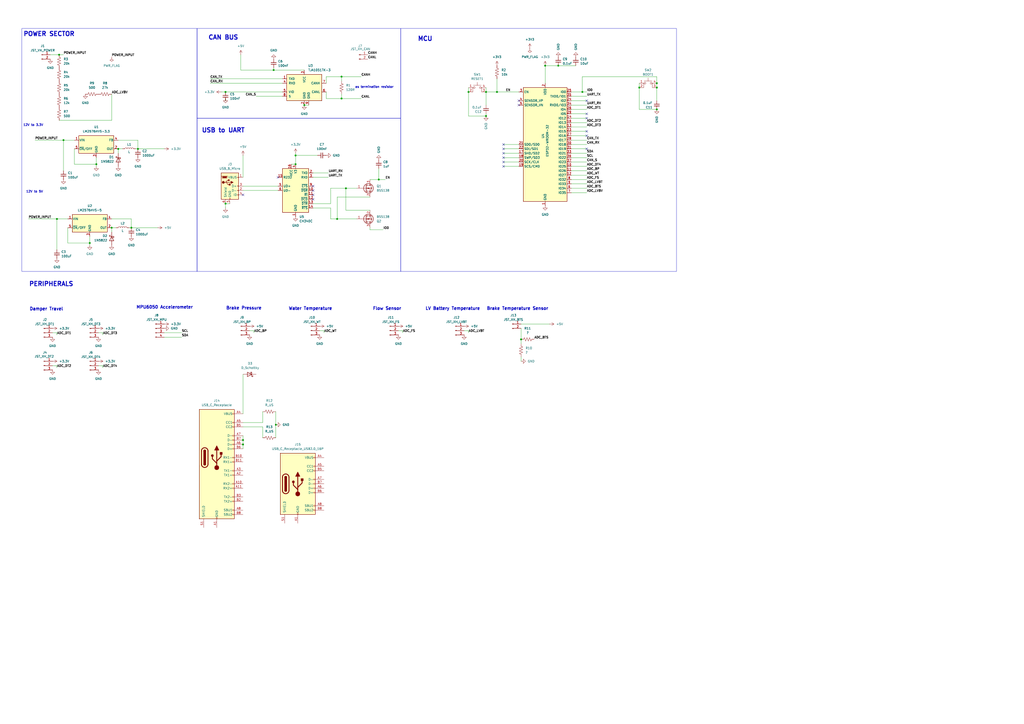
<source format=kicad_sch>
(kicad_sch (version 20231120) (generator "eeschema") (generator_version "8.0")
  (paper "A2")
  (junction (at 337.82 53.34))
  (junction (at 33.02 127))
  (junction (at 80.01 86.36))
  (junction (at 370.84 50.8))
  (junction (at 323.85 38.1))
  (junction (at 281.94 67.31))
  (junction (at 198.12 44.45))
  (junction (at 219.71 104.14))
  (junction (at 130.81 118.11))
  (junction (at 316.23 38.1))
  (junction (at 130.81 53.34))
  (junction (at 198.12 57.15))
  (junction (at 158.75 40.64))
  (junction (at 271.78 53.34))
  (junction (at 171.45 90.17))
  (junction (at 76.2 132.08))
  (junction (at 52.07 140.97))
  (junction (at 140.97 257.81))
  (junction (at 302.26 196.85))
  (junction (at 140.97 255.27))
  (junction (at 68.58 86.36))
  (junction (at 176.53 60.96))
  (junction (at 64.77 132.08))
  (junction (at 381 63.5))
  (junction (at 381 48.26))
  (junction (at 288.29 53.34))
  (junction (at 195.58 127))
  (junction (at 36.83 81.28))
  (junction (at 55.88 95.25))
  (junction (at 200.66 109.22))
  (junction (at 34.29 31.75))
  (junction (at 171.45 95.25))
  (junction (at 281.94 53.34))
  (junction (at 381 50.8))
  (junction (at 160.02 246.38))
  (no_connect (at 340.36 68.58))
  (no_connect (at 300.99 60.96))
  (no_connect (at 181.61 110.49))
  (no_connect (at 340.36 66.04))
  (no_connect (at 292.1 88.9))
  (no_connect (at 292.1 91.44))
  (no_connect (at 292.1 93.98))
  (no_connect (at 181.61 107.95))
  (no_connect (at 181.61 115.57))
  (no_connect (at 340.36 58.42))
  (no_connect (at 292.1 96.52))
  (no_connect (at 292.1 83.82))
  (no_connect (at 300.99 58.42))
  (no_connect (at 340.36 76.2))
  (no_connect (at 161.29 102.87))
  (no_connect (at 292.1 86.36))
  (no_connect (at 340.36 86.36))
  (no_connect (at 340.36 78.74))
  (no_connect (at 140.97 113.03))
  (no_connect (at 181.61 113.03))
  (wire (pts (xy 331.47 88.9) (xy 340.36 88.9)))
  (wire (pts (xy 52.07 140.97) (xy 52.07 137.16)))
  (wire (pts (xy 78.74 86.36) (xy 80.01 86.36)))
  (wire (pts (xy 39.37 140.97) (xy 52.07 140.97)))
  (wire (pts (xy 207.01 127) (xy 195.58 127)))
  (wire (pts (xy 198.12 57.15) (xy 209.55 57.15)))
  (wire (pts (xy 331.47 78.74) (xy 340.36 78.74)))
  (wire (pts (xy 152.4 245.11) (xy 140.97 245.11)))
  (wire (pts (xy 331.47 83.82) (xy 340.36 83.82)))
  (wire (pts (xy 140.97 257.81) (xy 140.97 260.35)))
  (wire (pts (xy 34.29 31.75) (xy 29.21 31.75)))
  (wire (pts (xy 187.96 191.77) (xy 185.42 191.77)))
  (wire (pts (xy 181.61 118.11) (xy 191.77 118.11)))
  (wire (pts (xy 95.25 195.58) (xy 105.41 195.58)))
  (wire (pts (xy 59.69 212.09) (xy 57.15 212.09)))
  (wire (pts (xy 121.92 48.26) (xy 163.83 48.26)))
  (wire (pts (xy 219.71 104.14) (xy 223.52 104.14)))
  (wire (pts (xy 189.23 57.15) (xy 198.12 57.15)))
  (wire (pts (xy 33.02 127) (xy 39.37 127)))
  (wire (pts (xy 323.85 38.1) (xy 334.01 38.1)))
  (wire (pts (xy 59.69 194.31) (xy 59.69 193.04)))
  (wire (pts (xy 214.63 114.3) (xy 195.58 114.3)))
  (wire (pts (xy 160.02 246.38) (xy 160.02 254)))
  (wire (pts (xy 281.94 66.04) (xy 281.94 67.31)))
  (wire (pts (xy 331.47 109.22) (xy 340.36 109.22)))
  (wire (pts (xy 187.96 193.04) (xy 187.96 191.77)))
  (wire (pts (xy 337.82 44.45) (xy 381 44.45)))
  (wire (pts (xy 219.71 97.79) (xy 219.71 104.14)))
  (wire (pts (xy 171.45 90.17) (xy 184.15 90.17)))
  (wire (pts (xy 316.23 38.1) (xy 316.23 48.26)))
  (wire (pts (xy 152.4 254) (xy 152.4 247.65)))
  (wire (pts (xy 331.47 91.44) (xy 340.36 91.44)))
  (wire (pts (xy 331.47 96.52) (xy 340.36 96.52)))
  (wire (pts (xy 168.91 95.25) (xy 171.45 95.25)))
  (wire (pts (xy 331.47 73.66) (xy 340.36 73.66)))
  (wire (pts (xy 128.27 53.34) (xy 130.81 53.34)))
  (wire (pts (xy 130.81 57.15) (xy 130.81 58.42)))
  (wire (pts (xy 181.61 102.87) (xy 190.5 102.87)))
  (wire (pts (xy 331.47 60.96) (xy 340.36 60.96)))
  (wire (pts (xy 148.59 55.88) (xy 163.83 55.88)))
  (wire (pts (xy 331.47 93.98) (xy 340.36 93.98)))
  (wire (pts (xy 33.02 212.09) (xy 30.48 212.09)))
  (wire (pts (xy 200.66 109.22) (xy 207.01 109.22)))
  (wire (pts (xy 171.45 90.17) (xy 171.45 95.25)))
  (wire (pts (xy 292.1 88.9) (xy 300.99 88.9)))
  (wire (pts (xy 171.45 88.9) (xy 171.45 90.17)))
  (wire (pts (xy 152.4 247.65) (xy 140.97 247.65)))
  (wire (pts (xy 64.77 54.61) (xy 64.77 69.85)))
  (wire (pts (xy 331.47 66.04) (xy 340.36 66.04)))
  (wire (pts (xy 302.26 190.5) (xy 302.26 196.85)))
  (wire (pts (xy 381 48.26) (xy 381 50.8)))
  (wire (pts (xy 59.69 193.04) (xy 57.15 193.04)))
  (wire (pts (xy 191.77 118.11) (xy 191.77 109.22)))
  (wire (pts (xy 198.12 44.45) (xy 209.55 44.45)))
  (wire (pts (xy 68.58 86.36) (xy 71.12 86.36)))
  (wire (pts (xy 140.97 255.27) (xy 140.97 257.81)))
  (wire (pts (xy 33.02 193.04) (xy 30.48 193.04)))
  (wire (pts (xy 288.29 45.72) (xy 288.29 53.34)))
  (wire (pts (xy 147.32 193.04) (xy 147.32 191.77)))
  (wire (pts (xy 271.78 193.04) (xy 271.78 191.77)))
  (wire (pts (xy 140.97 90.17) (xy 140.97 102.87)))
  (wire (pts (xy 198.12 54.61) (xy 198.12 57.15)))
  (wire (pts (xy 121.92 45.72) (xy 163.83 45.72)))
  (wire (pts (xy 233.68 191.77) (xy 231.14 191.77)))
  (wire (pts (xy 64.77 132.08) (xy 67.31 132.08)))
  (wire (pts (xy 55.88 96.52) (xy 55.88 95.25)))
  (wire (pts (xy 331.47 99.06) (xy 340.36 99.06)))
  (wire (pts (xy 16.51 127) (xy 33.02 127)))
  (wire (pts (xy 331.47 63.5) (xy 340.36 63.5)))
  (wire (pts (xy 370.84 48.26) (xy 370.84 50.8)))
  (wire (pts (xy 181.61 100.33) (xy 190.5 100.33)))
  (wire (pts (xy 68.58 88.9) (xy 68.58 86.36)))
  (wire (pts (xy 331.47 101.6) (xy 340.36 101.6)))
  (wire (pts (xy 189.23 44.45) (xy 198.12 44.45)))
  (wire (pts (xy 337.82 44.45) (xy 337.82 53.34)))
  (wire (pts (xy 158.75 39.37) (xy 158.75 40.64)))
  (wire (pts (xy 20.32 81.28) (xy 36.83 81.28)))
  (wire (pts (xy 74.93 132.08) (xy 76.2 132.08)))
  (wire (pts (xy 214.63 121.92) (xy 200.66 121.92)))
  (wire (pts (xy 189.23 44.45) (xy 189.23 48.26)))
  (wire (pts (xy 318.77 187.96) (xy 302.26 187.96)))
  (wire (pts (xy 370.84 63.5) (xy 381 63.5)))
  (wire (pts (xy 316.23 38.1) (xy 323.85 38.1)))
  (wire (pts (xy 292.1 93.98) (xy 300.99 93.98)))
  (wire (pts (xy 130.81 53.34) (xy 163.83 53.34)))
  (wire (pts (xy 195.58 114.3) (xy 195.58 127)))
  (wire (pts (xy 139.7 31.75) (xy 139.7 40.64)))
  (wire (pts (xy 214.63 132.08) (xy 214.63 133.35)))
  (wire (pts (xy 292.1 83.82) (xy 300.99 83.82)))
  (wire (pts (xy 302.26 196.85) (xy 302.26 199.39)))
  (wire (pts (xy 288.29 53.34) (xy 281.94 53.34)))
  (wire (pts (xy 337.82 53.34) (xy 340.36 53.34)))
  (wire (pts (xy 52.07 142.24) (xy 52.07 140.97)))
  (wire (pts (xy 59.69 213.36) (xy 59.69 212.09)))
  (wire (pts (xy 76.2 132.08) (xy 76.2 127)))
  (wire (pts (xy 292.1 91.44) (xy 300.99 91.44)))
  (wire (pts (xy 140.97 107.95) (xy 161.29 107.95)))
  (wire (pts (xy 33.02 127) (xy 33.02 144.78)))
  (wire (pts (xy 281.94 50.8) (xy 281.94 53.34)))
  (wire (pts (xy 292.1 86.36) (xy 300.99 86.36)))
  (wire (pts (xy 331.47 76.2) (xy 340.36 76.2)))
  (wire (pts (xy 80.01 81.28) (xy 68.58 81.28)))
  (wire (pts (xy 80.01 86.36) (xy 80.01 81.28)))
  (wire (pts (xy 331.47 81.28) (xy 340.36 81.28)))
  (wire (pts (xy 271.78 53.34) (xy 271.78 67.31)))
  (wire (pts (xy 33.02 194.31) (xy 33.02 193.04)))
  (wire (pts (xy 147.32 191.77) (xy 144.78 191.77)))
  (wire (pts (xy 189.23 57.15) (xy 189.23 53.34)))
  (wire (pts (xy 331.47 104.14) (xy 340.36 104.14)))
  (wire (pts (xy 39.37 132.08) (xy 39.37 140.97)))
  (wire (pts (xy 381 48.26) (xy 381 44.45)))
  (wire (pts (xy 331.47 106.68) (xy 340.36 106.68)))
  (wire (pts (xy 64.77 134.62) (xy 64.77 132.08)))
  (wire (pts (xy 191.77 109.22) (xy 200.66 109.22)))
  (wire (pts (xy 140.97 217.17) (xy 140.97 240.03)))
  (wire (pts (xy 152.4 238.76) (xy 152.4 245.11)))
  (wire (pts (xy 302.26 207.01) (xy 302.26 209.55)))
  (wire (pts (xy 36.83 81.28) (xy 43.18 81.28)))
  (wire (pts (xy 195.58 127) (xy 191.77 127)))
  (wire (pts (xy 233.68 193.04) (xy 233.68 191.77)))
  (wire (pts (xy 198.12 46.99) (xy 198.12 44.45)))
  (wire (pts (xy 370.84 50.8) (xy 370.84 63.5)))
  (wire (pts (xy 76.2 127) (xy 64.77 127)))
  (wire (pts (xy 43.18 95.25) (xy 55.88 95.25)))
  (wire (pts (xy 214.63 104.14) (xy 219.71 104.14)))
  (wire (pts (xy 331.47 53.34) (xy 337.82 53.34)))
  (wire (pts (xy 140.97 252.73) (xy 140.97 255.27)))
  (wire (pts (xy 331.47 55.88) (xy 340.36 55.88)))
  (wire (pts (xy 271.78 50.8) (xy 271.78 53.34)))
  (wire (pts (xy 130.81 120.65) (xy 130.81 118.11)))
  (wire (pts (xy 140.97 110.49) (xy 161.29 110.49)))
  (wire (pts (xy 331.47 68.58) (xy 340.36 68.58)))
  (wire (pts (xy 95.25 193.04) (xy 105.41 193.04)))
  (wire (pts (xy 281.94 53.34) (xy 281.94 60.96)))
  (wire (pts (xy 76.2 132.08) (xy 91.44 132.08)))
  (wire (pts (xy 33.02 213.36) (xy 33.02 212.09)))
  (wire (pts (xy 43.18 86.36) (xy 43.18 95.25)))
  (wire (pts (xy 64.77 69.85) (xy 34.29 69.85)))
  (wire (pts (xy 55.88 95.25) (xy 55.88 91.44)))
  (wire (pts (xy 176.53 60.96) (xy 179.07 60.96)))
  (wire (pts (xy 191.77 127) (xy 191.77 120.65)))
  (wire (pts (xy 381 50.8) (xy 381 58.42)))
  (wire (pts (xy 271.78 67.31) (xy 281.94 67.31)))
  (wire (pts (xy 200.66 121.92) (xy 200.66 109.22)))
  (wire (pts (xy 191.77 120.65) (xy 181.61 120.65)))
  (wire (pts (xy 288.29 53.34) (xy 300.99 53.34)))
  (wire (pts (xy 36.83 81.28) (xy 36.83 99.06)))
  (wire (pts (xy 214.63 133.35) (xy 222.25 133.35)))
  (wire (pts (xy 130.81 118.11) (xy 133.35 118.11)))
  (wire (pts (xy 271.78 191.77) (xy 269.24 191.77)))
  (wire (pts (xy 331.47 71.12) (xy 340.36 71.12)))
  (wire (pts (xy 80.01 86.36) (xy 95.25 86.36)))
  (wire (pts (xy 331.47 111.76) (xy 340.36 111.76)))
  (wire (pts (xy 331.47 58.42) (xy 340.36 58.42)))
  (wire (pts (xy 139.7 40.64) (xy 158.75 40.64)))
  (wire (pts (xy 292.1 96.52) (xy 300.99 96.52)))
  (wire (pts (xy 160.02 238.76) (xy 160.02 246.38)))
  (wire (pts (xy 331.47 86.36) (xy 340.36 86.36)))
  (wire (pts (xy 36.83 31.75) (xy 34.29 31.75)))
  (wire (pts (xy 158.75 40.64) (xy 176.53 40.64)))
  (rectangle (start 114.3 68.58) (end 232.41 157.48))
  (rectangle (start 12.7 16.51) (end 114.3 157.48))
  (rectangle (start 232.41 16.51) (end 392.43 157.48))
  (rectangle (start 114.3 16.51) (end 232.41 68.58))
  (text "PERIPHERALS" (at 29.718 164.846 0) (effects (font (size 2.54 2.54) (bold yes))))
  (text "as termination resistor" (at 217.17 50.546 0) (effects (font (size 1.27 1.27) (bold yes))))
  (text "12V to 3.3V" (at 19.304 72.644 0) (effects (font (size 1.27 1.27) (bold yes))))
  (text "CAN BUS" (at 129.54 21.844 0) (effects (font (size 2.54 2.54) (bold yes))))
  (text "POWER SECTOR" (at 28.448 19.812 0) (effects (font (size 2.54 2.54) (bold yes))))
  (text "12V to 5V" (at 20.066 111.252 0) (effects (font (size 1.27 1.27) (bold yes))))
  (text "Flow Sensor" (at 224.536 179.07 0) (effects (font (size 1.778 1.778) (bold yes))))
  (text "Brake Temperature Sensor" (at 300.228 179.07 0) (effects (font (size 1.778 1.778) (bold yes))))
  (text "Brake Pressure" (at 141.478 178.816 0) (effects (font (size 1.778 1.778) (bold yes))))
  (text "MPU6050 Accelerometer" (at 95.504 178.308 0) (effects (font (size 1.778 1.778) (bold yes))))
  (text "MCU" (at 246.634 22.606 0) (effects (font (size 2.54 2.54) (bold yes))))
  (text "Water Temperature" (at 180.086 179.07 0) (effects (font (size 1.778 1.778) (bold yes))))
  (text "USB to UART" (at 129.54 75.692 0) (effects (font (size 2.54 2.54) (bold yes))))
  (text "Damper Travel" (at 26.924 179.324 0) (effects (font (size 1.778 1.778) (bold yes))))
  (text "LV Battery Temperature" (at 262.636 179.07 0) (effects (font (size 1.778 1.778) (bold yes))))
  (label "SDA" (at 105.41 195.58 0) (effects (font (bold yes))))
  (label "ADC_DT1" (at 33.02 194.31 0) (effects (font (bold yes))))
  (label "IO0" (at 222.25 133.35 0) (effects (font (bold yes))))
  (label "UART_RX" (at 340.36 60.96 0) (effects (font (bold yes))))
  (label "ADC_BP" (at 147.32 193.04 0) (effects (font (bold yes))))
  (label "ADC_WT" (at 187.96 193.04 0) (effects (font (bold yes))))
  (label "ADC_DT2" (at 33.02 213.36 0) (effects (font (bold yes))))
  (label "CAN_TX" (at 121.92 45.72 0) (effects (font (bold yes))))
  (label "EN" (at 223.52 104.14 0) (effects (font (bold yes))))
  (label "ADC_LVBT" (at 340.36 106.68 0) (effects (font (bold yes))))
  (label "POWER_INPUT" (at 64.77 33.02 0) (effects (font (bold yes))))
  (label "UART_RX" (at 190.5 100.33 0) (effects (font (bold yes))))
  (label "EN" (at 293.37 53.34 0) (effects (font (bold yes))))
  (label "ADC_DT2" (at 340.36 71.12 0) (effects (font (bold yes))))
  (label "UART_TX" (at 340.36 55.88 0) (effects (font (bold yes))))
  (label "UART_TX" (at 190.5 102.87 0) (effects (font (bold yes))))
  (label "SCL" (at 340.36 91.44 0) (effects (font (bold yes))))
  (label "CAN_S" (at 340.36 93.98 0) (effects (font (bold yes))))
  (label "ADC_DT1" (at 340.36 63.5 0) (effects (font (bold yes))))
  (label "CANL" (at 213.36 34.29 0) (effects (font (bold yes))))
  (label "ADC_DT3" (at 340.36 73.66 0) (effects (font (bold yes))))
  (label "IO0" (at 340.36 53.34 0) (effects (font (bold yes))))
  (label "CAN_RX" (at 340.36 83.82 0) (effects (font (bold yes))))
  (label "SCL" (at 105.41 193.04 0) (effects (font (bold yes))))
  (label "CANL" (at 209.55 57.15 0) (effects (font (bold yes))))
  (label "ADC_DT4" (at 340.36 96.52 0) (effects (font (bold yes))))
  (label "ADC_LVBV" (at 64.77 54.61 0) (effects (font (bold yes))))
  (label "CAN_TX" (at 340.36 81.28 0) (effects (font (bold yes))))
  (label "ADC_LVBV" (at 340.36 111.76 0) (effects (font (bold yes))))
  (label "POWER_INPUT" (at 16.51 127 0) (effects (font (bold yes))))
  (label "ADC_BP" (at 340.36 99.06 0) (effects (font (bold yes))))
  (label "ADC_DT4" (at 59.69 213.36 0) (effects (font (bold yes))))
  (label "ADC_BTS" (at 309.88 196.85 0) (effects (font (bold yes))))
  (label "ADC_LVBT" (at 271.78 193.04 0) (effects (font (bold yes))))
  (label "POWER_INPUT" (at 36.83 31.75 0) (effects (font (bold yes))))
  (label "ADC_WT" (at 340.36 101.6 0) (effects (font (bold yes))))
  (label "POWER_INPUT" (at 20.32 81.28 0) (effects (font (bold yes))))
  (label "CANH" (at 209.55 44.45 0) (effects (font (bold yes))))
  (label "CANH" (at 213.36 31.75 0) (effects (font (bold yes))))
  (label "ADC_FS" (at 340.36 104.14 0) (effects (font (bold yes))))
  (label "SDA" (at 340.36 88.9 0) (effects (font (bold yes))))
  (label "ADC_FS" (at 233.68 193.04 0) (effects (font (bold yes))))
  (label "ADC_DT3" (at 59.69 194.31 0) (effects (font (bold yes))))
  (label "ADC_BTS" (at 340.36 109.22 0) (effects (font (bold yes))))
  (label "CAN_S" (at 148.59 55.88 180) (effects (font (bold yes))))
  (label "CAN_RX" (at 121.92 48.26 0) (effects (font (bold yes))))
  (symbol (lib_id "power:GND") (at 130.81 57.15 0) (unit 1)
    (property "Reference" "#PWR013" (effects (hide yes)))
    (property "Value" "GND" (at 130.81 62.23 0))
    (property "Description" "Power symbol creates a global label with name \"GND\" , ground" (effects (hide yes)))
  )
  (symbol (lib_id "Device:R_US") (at 156.21 254 270) (unit 1)
    (property "Reference" "R13" (at 156.21 247.65 90))
    (property "Value" "R_US" (at 156.21 250.19 90))
    (property "Description" "Resistor, US symbol" (effects (hide yes)))
  )
  (symbol (lib_id "Interface_USB:CH340C") (at 171.45 110.49 0) (unit 1)
    (property "Reference" "U5" (at 173.6441 125.73 0) (effects (justify left)))
    (property "Value" "CH340C" (at 173.6441 128.27 0) (effects (justify left)))
    (property "Footprint" "Package_SO:SOIC-16_3.9x9.9mm_P1.27mm" (effects (hide yes)))
    (property "Datasheet" "https://datasheet.lcsc.com/szlcsc/Jiangsu-Qin-Heng-CH340C_C84681.pdf" (effects (hide yes)))
    (property "Description" "USB serial converter, crystal-less, UART, SOIC-16" (effects (hide yes)))
  )
  (symbol (lib_id "Device:R_US") (at 53.34 54.61 90) (unit 1)
    (property "Reference" "R9" (at 53.34 48.26 90))
    (property "Value" "500" (at 53.34 50.8 90))
    (property "Footprint" "Resistor_SMD:R_0805_2012Metric_Pad1.20x1.40mm_HandSolder" (effects (hide yes)))
    (property "Description" "Resistor, US symbol" (effects (hide yes)))
  )
  (symbol (lib_id "power:+3.3V") (at 95.25 86.36 270) (unit 1)
    (property "Reference" "#PWR06" (effects (hide yes)))
    (property "Value" "+3.3V" (at 99.06 86.3599 90) (effects (justify left)))
    (property "Description" "Power symbol creates a global label with name \"+3.3V\"" (effects (hide yes)))
  )
  (symbol (lib_id "power:+5V") (at 269.24 189.23 270) (unit 1)
    (property "Reference" "#PWR043" (effects (hide yes)))
    (property "Value" "+5V" (at 273.05 189.23 90) (effects (justify left)))
    (property "Description" "Power symbol creates a global label with name \"+5V\"" (effects (hide yes)))
  )
  (symbol (lib_id "Device:R_US") (at 306.07 196.85 90) (unit 1)
    (property "Reference" "R11" (at 306.07 190.5 90))
    (property "Value" "?" (at 306.07 193.04 90))
    (property "Footprint" "Resistor_SMD:R_0805_2012Metric_Pad1.20x1.40mm_HandSolder" (effects (hide yes)))
    (property "Description" "Resistor, US symbol" (effects (hide yes)))
  )
  (symbol (lib_id "Device:C_Small") (at 158.75 36.83 180) (unit 1)
    (property "Reference" "C6" (at 161.29 35.5535 0) (effects (justify right)))
    (property "Value" "100nF" (at 161.29 38.0935 0) (effects (justify right)))
    (property "Footprint" "Capacitor_SMD:C_0805_2012Metric_Pad1.18x1.45mm_HandSolder" (effects (hide yes)))
    (property "Description" "Unpolarized capacitor, small symbol" (effects (hide yes)))
  )
  (symbol (lib_id "power:GND") (at 30.48 214.63 0) (unit 1)
    (property "Reference" "#PWR036" (effects (hide yes)))
    (property "Value" "GND" (at 30.48 219.71 0))
    (property "Description" "Power symbol creates a global label with name \"GND\" , ground" (effects (hide yes)))
  )
  (symbol (lib_id "power:+3.3V") (at 128.27 53.34 90) (unit 1)
    (property "Reference" "#PWR017" (effects (hide yes)))
    (property "Value" "+3.3V" (at 124.46 53.3399 90) (effects (justify left)))
    (property "Description" "Power symbol creates a global label with name \"+3.3V\"" (effects (hide yes)))
  )
  (symbol (lib_id "Regulator_Switching:LM2576HVS-3.3") (at 55.88 83.82 0) (unit 1)
    (property "Reference" "U1" (at 55.88 73.66 0))
    (property "Value" "LM2576HVS-3.3" (at 55.88 76.2 0))
    (property "Footprint" "Package_TO_SOT_SMD:TO-263-5_TabPin3" (effects (hide yes)))
    (property "Datasheet" "http://www.ti.com/lit/ds/symlink/lm2576.pdf" (effects (hide yes)))
    (property "Description" "3.3V, 3A, SIMPLE SWITCHER® Step-Down Voltage Regulator, High Voltage Input, TO-263" (effects (hide yes)))
  )
  (symbol (lib_id "Device:C_Small") (at 130.81 55.88 0) (unit 1)
    (property "Reference" "C5" (at 133.35 54.6162 0) (effects (justify left)))
    (property "Value" "100nF" (at 133.35 57.1562 0) (effects (justify left)))
    (property "Footprint" "Capacitor_SMD:C_0805_2012Metric_Pad1.18x1.45mm_HandSolder" (effects (hide yes)))
    (property "Description" "Unpolarized capacitor, small symbol" (effects (hide yes)))
  )
  (symbol (lib_id "power:+3.3V") (at 57.15 190.5 270) (unit 1)
    (property "Reference" "#PWR033" (effects (hide yes)))
    (property "Value" "+3.3V" (at 60.96 190.4999 90) (effects (justify left)))
    (property "Description" "Power symbol creates a global label with name \"+3.3V\"" (effects (hide yes)))
  )
  (symbol (lib_id "Device:L") (at 74.93 86.36 90) (unit 1)
    (property "Reference" "L1" (at 74.93 83.82 90))
    (property "Value" "L" (at 74.93 88.138 90))
    (property "Footprint" "Inductor_SMD:L_0805_2012Metric_Pad1.15x1.40mm_HandSolder" (effects (hide yes)))
    (property "Description" "Inductor" (effects (hide yes)))
  )
  (symbol (lib_id "Diode:1N5822") (at 64.77 138.43 90) (mirror x) (unit 1)
    (property "Reference" "D2" (at 62.23 136.8424 90) (effects (justify left)))
    (property "Value" "1N5822" (at 62.23 139.3824 90) (effects (justify left)))
    (property "Footprint" "Diode_THT:D_DO-201AD_P15.24mm_Horizontal" (effects (hide yes)))
    (property "Datasheet" "http://www.vishay.com/docs/88526/1n5820.pdf" (effects (hide yes)))
    (property "Description" "40V 3A Schottky Barrier Rectifier Diode, DO-201AD" (effects (hide yes)))
  )
  (symbol (lib_id "power:GND") (at 189.23 90.17 90) (unit 1)
    (property "Reference" "#PWR018" (effects (hide yes)))
    (property "Value" "GND" (at 193.04 90.1699 90) (effects (justify right)))
    (property "Description" "Power symbol creates a global label with name \"GND\" , ground" (effects (hide yes)))
  )
  (symbol (lib_id "Device:R_US") (at 34.29 50.8 0) (unit 1)
    (property "Reference" "R5" (at 36.83 49.5299 0) (effects (justify left)))
    (property "Value" "20k" (at 36.83 52.0699 0) (effects (justify left)))
    (property "Footprint" "Resistor_SMD:R_0805_2012Metric_Pad1.20x1.40mm_HandSolder" (effects (hide yes)))
    (property "Description" "Resistor, US symbol" (effects (hide yes)))
  )
  (symbol (lib_id "power:GND") (at 29.21 34.29 0) (unit 1)
    (property "Reference" "#PWR01" (effects (hide yes)))
    (property "Value" "GND" (at 29.21 39.37 0))
    (property "Description" "Power symbol creates a global label with name \"GND\" , ground" (effects (hide yes)))
  )
  (symbol (lib_id "Device:C_Small") (at 80.01 88.9 0) (unit 1)
    (property "Reference" "C2" (at 82.55 87.6362 0) (effects (justify left)))
    (property "Value" "1000uF" (at 82.55 90.1762 0) (effects (justify left)))
    (property "Footprint" "Capacitor_SMD:C_0805_2012Metric_Pad1.18x1.45mm_HandSolder" (effects (hide yes)))
    (property "Description" "Unpolarized capacitor, small symbol" (effects (hide yes)))
  )
  (symbol (lib_id "Connector:Conn_01x03_Pin") (at 180.34 191.77 0) (unit 1)
    (property "Reference" "J10" (at 180.975 184.15 0))
    (property "Value" "JST_XH_WT" (at 180.975 186.69 0))
    (property "Footprint" "Connector_JST:JST_XH_B3B-XH-A_1x03_P2.50mm_Vertical" (effects (hide yes)))
    (property "Description" "Generic connector, single row, 01x03, script generated" (effects (hide yes)))
  )
  (symbol (lib_id "Device:C_Small") (at 219.71 95.25 180) (unit 1)
    (property "Reference" "C8" (at 222.25 93.9735 0) (effects (justify right)))
    (property "Value" "1uF" (at 222.25 96.5135 0) (effects (justify right)))
    (property "Footprint" "Capacitor_SMD:C_0805_2012Metric_Pad1.18x1.45mm_HandSolder" (effects (hide yes)))
    (property "Description" "Unpolarized capacitor, small symbol" (effects (hide yes)))
  )
  (symbol (lib_id "power:+3V3") (at 316.23 38.1 0) (unit 1)
    (property "Reference" "#PWR023" (effects (hide yes)))
    (property "Value" "+3V3" (at 316.23 33.02 0))
    (property "Description" "Power symbol creates a global label with name \"+3V3\"" (effects (hide yes)))
  )
  (symbol (lib_id "power:PWR_FLAG") (at 64.77 33.02 180) (unit 1)
    (property "Reference" "#FLG01" (effects (hide yes)))
    (property "Value" "PWR_FLAG" (at 64.77 38.1 0))
    (property "Description" "Special symbol for telling ERC where power comes from" (effects (hide yes)))
  )
  (symbol (lib_id "power:GND") (at 323.85 33.02 180) (unit 1)
    (property "Reference" "#PWR024" (effects (hide yes)))
    (property "Value" "GND" (at 323.8499 29.21 90) (effects (justify right)))
    (property "Description" "Power symbol creates a global label with name \"GND\" , ground" (effects (hide yes)))
  )
  (symbol (lib_id "Connector:Conn_01x04_Pin") (at 90.17 190.5 0) (unit 1)
    (property "Reference" "J8" (at 90.805 182.88 0))
    (property "Value" "JST_XH_MPU" (at 90.805 185.42 0))
    (property "Footprint" "Connector_JST:JST_XH_B4B-XH-A_1x04_P2.50mm_Vertical" (effects (hide yes)))
    (property "Description" "Generic connector, single row, 01x04, script generated" (effects (hide yes)))
  )
  (symbol (lib_id "power:GND") (at 269.24 194.31 0) (unit 1)
    (property "Reference" "#PWR045" (effects (hide yes)))
    (property "Value" "GND" (at 269.24 199.39 0))
    (property "Description" "Power symbol creates a global label with name \"GND\" , ground" (effects (hide yes)))
  )
  (symbol (lib_id "power:+3V3") (at 307.34 27.94 0) (unit 1)
    (property "Reference" "#PWR030" (effects (hide yes)))
    (property "Value" "+3V3" (at 307.34 22.86 0))
    (property "Description" "Power symbol creates a global label with name \"+3V3\"" (effects (hide yes)))
  )
  (symbol (lib_id "power:GND") (at 52.07 142.24 0) (unit 1)
    (property "Reference" "#PWR08" (effects (hide yes)))
    (property "Value" "GND" (at 52.07 147.32 0))
    (property "Description" "Power symbol creates a global label with name \"GND\" , ground" (effects (hide yes)))
  )
  (symbol (lib_id "Device:C_Small") (at 36.83 101.6 0) (unit 1)
    (property "Reference" "C1" (at 39.37 100.3362 0) (effects (justify left)))
    (property "Value" "100uF" (at 39.37 102.8762 0) (effects (justify left)))
    (property "Footprint" "Capacitor_SMD:C_0805_2012Metric_Pad1.18x1.45mm_HandSolder" (effects (hide yes)))
    (property "Description" "Unpolarized capacitor, small symbol" (effects (hide yes)))
  )
  (symbol (lib_id "power:GND") (at 36.83 104.14 0) (unit 1)
    (property "Reference" "#PWR03" (effects (hide yes)))
    (property "Value" "GND" (at 36.83 109.22 0))
    (property "Description" "Power symbol creates a global label with name \"GND\" , ground" (effects (hide yes)))
  )
  (symbol (lib_id "Connector:Conn_01x03_Pin") (at 264.16 191.77 0) (unit 1)
    (property "Reference" "J12" (at 264.795 184.15 0))
    (property "Value" "JST_XH_LVBT" (at 264.795 186.69 0))
    (property "Footprint" "Connector_JST:JST_XH_B3B-XH-A_1x03_P2.50mm_Vertical" (effects (hide yes)))
    (property "Description" "Generic connector, single row, 01x03, script generated" (effects (hide yes)))
  )
  (symbol (lib_id "Device:L") (at 71.12 132.08 90) (unit 1)
    (property "Reference" "L2" (at 71.12 129.54 90))
    (property "Value" "L" (at 71.12 133.858 90))
    (property "Footprint" "Inductor_SMD:L_0805_2012Metric_Pad1.15x1.40mm_HandSolder" (effects (hide yes)))
    (property "Description" "Inductor" (effects (hide yes)))
  )
  (symbol (lib_id "Device:C_Small") (at 323.85 35.56 180) (unit 1)
    (property "Reference" "C9" (at 326.39 34.2835 0) (effects (justify right)))
    (property "Value" "0.1uF" (at 326.39 36.8235 0) (effects (justify right)))
    (property "Footprint" "Capacitor_SMD:C_0805_2012Metric_Pad1.18x1.45mm_HandSolder" (effects (hide yes)))
    (property "Description" "Unpolarized capacitor, small symbol" (effects (hide yes)))
  )
  (symbol (lib_id "Connector:Conn_01x03_Pin") (at 139.7 191.77 0) (unit 1)
    (property "Reference" "J9" (at 140.335 184.15 0))
    (property "Value" "JST_XH_BP" (at 140.335 186.69 0))
    (property "Footprint" "Connector_JST:JST_XH_B3B-XH-A_1x03_P2.50mm_Vertical" (effects (hide yes)))
    (property "Description" "Generic connector, single row, 01x03, script generated" (effects (hide yes)))
  )
  (symbol (lib_id "Device:R_US") (at 60.96 54.61 90) (unit 1)
    (property "Reference" "R8" (at 60.96 48.26 90))
    (property "Value" "27k" (at 60.96 50.8 90))
    (property "Footprint" "Resistor_SMD:R_0805_2012Metric_Pad1.20x1.40mm_HandSolder" (effects (hide yes)))
    (property "Description" "Resistor, US symbol" (effects (hide yes)))
  )
  (symbol (lib_id "power:GND") (at 68.58 96.52 0) (unit 1)
    (property "Reference" "#PWR04" (effects (hide yes)))
    (property "Value" "GND" (at 68.58 101.6 0))
    (property "Description" "Power symbol creates a global label with name \"GND\" , ground" (effects (hide yes)))
  )
  (symbol (lib_id "Connector:USB_C_Receptacle_USB2.0_16P") (at 172.72 280.67 0) (unit 1)
    (property "Reference" "J15" (at 172.72 257.81 0))
    (property "Value" "USB_C_Receptacle_USB2.0_16P" (at 172.72 260.35 0))
    (property "Datasheet" "https://www.usb.org/sites/default/files/documents/usb_type-c.zip" (effects (hide yes)))
    (property "Description" "USB 2.0-only 16P Type-C Receptacle connector" (effects (hide yes)))
  )
  (symbol (lib_id "power:PWR_FLAG") (at 307.34 27.94 180) (unit 1)
    (property "Reference" "#FLG02" (effects (hide yes)))
    (property "Value" "PWR_FLAG" (at 307.34 33.02 0))
    (property "Description" "Special symbol for telling ERC where power comes from" (effects (hide yes)))
  )
  (symbol (lib_id "power:GND") (at 49.53 54.61 0) (unit 1)
    (property "Reference" "#PWR049" (effects (hide yes)))
    (property "Value" "GND" (at 49.53 59.69 0))
    (property "Description" "Power symbol creates a global label with name \"GND\" , ground" (effects (hide yes)))
  )
  (symbol (lib_id "Device:D_Schottky") (at 144.78 217.17 180) (unit 1)
    (property "Reference" "D3" (at 145.0975 210.82 0))
    (property "Value" "D_Schottky" (at 145.0975 213.36 0))
    (property "Description" "Schottky diode" (effects (hide yes)))
  )
  (symbol (lib_id "power:GND") (at 171.45 125.73 0) (unit 1)
    (property "Reference" "#PWR021" (effects (hide yes)))
    (property "Value" "GND" (at 171.45 130.81 0))
    (property "Description" "Power symbol creates a global label with name \"GND\" , ground" (effects (hide yes)))
  )
  (symbol (lib_id "Transistor_FET:BSS138") (at 212.09 127 0) (mirror x) (unit 1)
    (property "Reference" "Q2" (at 218.44 128.2701 0) (effects (justify left)))
    (property "Value" "BSS138" (at 218.44 125.7301 0) (effects (justify left)))
    (property "Footprint" "Package_TO_SOT_SMD:SOT-23" (effects (hide yes)))
    (property "Datasheet" "https://www.onsemi.com/pub/Collateral/BSS138-D.PDF" (effects (hide yes)))
    (property "Description" "50V Vds, 0.22A Id, N-Channel MOSFET, SOT-23" (effects (hide yes)))
  )
  (symbol (lib_id "Switch:SW_MEC_5E") (at 276.86 53.34 0) (unit 1)
    (property "Reference" "SW1" (at 276.86 43.18 0))
    (property "Value" "RESET1" (at 276.86 45.72 0))
    (property "Footprint" "Button_Switch_SMD:SW_MEC_5GSH9" (effects (hide yes)))
    (property "Datasheet" "http://www.apem.com/int/index.php?controller=attachment&id_attachment=1371" (effects (hide yes)))
    (property "Description" "MEC 5E single pole normally-open tactile switch" (effects (hide yes)))
  )
  (symbol (lib_id "Device:R_US") (at 34.29 43.18 0) (unit 1)
    (property "Reference" "R4" (at 36.83 41.9099 0) (effects (justify left)))
    (property "Value" "20k" (at 36.83 44.4499 0) (effects (justify left)))
    (property "Footprint" "Resistor_SMD:R_0805_2012Metric_Pad1.20x1.40mm_HandSolder" (effects (hide yes)))
    (property "Description" "Resistor, US symbol" (effects (hide yes)))
  )
  (symbol (lib_id "power:GND") (at 160.02 246.38 90) (unit 1)
    (property "Reference" "#PWR052" (effects (hide yes)))
    (property "Value" "GND" (at 163.83 246.3799 90) (effects (justify right)))
    (property "Description" "Power symbol creates a global label with name \"GND\" , ground" (effects (hide yes)))
  )
  (symbol (lib_id "Connector:Conn_01x02_Pin") (at 297.18 187.96 0) (unit 1)
    (property "Reference" "J13" (at 297.815 182.88 0))
    (property "Value" "JST_XH_BTS" (at 297.815 185.42 0))
    (property "Footprint" "Connector_JST:JST_XH_B2B-XH-A_1x02_P2.50mm_Vertical" (effects (hide yes)))
    (property "Description" "Generic connector, single row, 01x02, script generated" (effects (hide yes)))
  )
  (symbol (lib_id "power:GND") (at 316.23 119.38 0) (unit 1)
    (property "Reference" "#PWR029" (effects (hide yes)))
    (property "Value" "GND" (at 316.23 124.46 0))
    (property "Description" "Power symbol creates a global label with name \"GND\" , ground" (effects (hide yes)))
  )
  (symbol (lib_id "Transistor_FET:BSS138") (at 212.09 109.22 0) (unit 1)
    (property "Reference" "Q1" (at 218.44 107.9499 0) (effects (justify left)))
    (property "Value" "BSS138" (at 218.44 110.4899 0) (effects (justify left)))
    (property "Footprint" "Package_TO_SOT_SMD:SOT-23" (effects (hide yes)))
    (property "Datasheet" "https://www.onsemi.com/pub/Collateral/BSS138-D.PDF" (effects (hide yes)))
    (property "Description" "50V Vds, 0.22A Id, N-Channel MOSFET, SOT-23" (effects (hide yes)))
  )
  (symbol (lib_id "power:+5V") (at 144.78 189.23 270) (unit 1)
    (property "Reference" "#PWR047" (effects (hide yes)))
    (property "Value" "+5V" (at 148.59 189.2299 90) (effects (justify left)))
    (property "Description" "Power symbol creates a global label with name \"+5V\"" (effects (hide yes)))
  )
  (symbol (lib_id "power:GND") (at 76.2 137.16 0) (unit 1)
    (property "Reference" "#PWR010" (effects (hide yes)))
    (property "Value" "GND" (at 76.2 142.24 0))
    (property "Description" "Power symbol creates a global label with name \"GND\" , ground" (effects (hide yes)))
  )
  (symbol (lib_id "power:GND") (at 130.81 120.65 0) (unit 1)
    (property "Reference" "#PWR020" (effects (hide yes)))
    (property "Value" "GND" (at 130.81 125.73 0))
    (property "Description" "Power symbol creates a global label with name \"GND\" , ground" (effects (hide yes)))
  )
  (symbol (lib_id "power:GND") (at 57.15 195.58 0) (unit 1)
    (property "Reference" "#PWR037" (effects (hide yes)))
    (property "Value" "GND" (at 57.15 200.66 0))
    (property "Description" "Power symbol creates a global label with name \"GND\" , ground" (effects (hide yes)))
  )
  (symbol (lib_id "Connector:Conn_01x03_Pin") (at 52.07 212.09 0) (unit 1)
    (property "Reference" "J6" (at 52.705 204.47 0))
    (property "Value" "JST_XH_DT4" (at 52.705 207.01 0))
    (property "Footprint" "Connector_JST:JST_XH_B3B-XH-A_1x03_P2.50mm_Vertical" (effects (hide yes)))
    (property "Description" "Generic connector, single row, 01x03, script generated" (effects (hide yes)))
  )
  (symbol (lib_id "Connector:Conn_01x03_Pin") (at 226.06 191.77 0) (unit 1)
    (property "Reference" "J11" (at 226.695 184.15 0))
    (property "Value" "JST_XH_FS" (at 226.695 186.69 0))
    (property "Footprint" "Connector_JST:JST_XH_B3B-XH-A_1x03_P2.50mm_Vertical" (effects (hide yes)))
    (property "Description" "Generic connector, single row, 01x03, script generated" (effects (hide yes)))
  )
  (symbol (lib_id "power:GND") (at 302.26 209.55 90) (unit 1)
    (property "Reference" "#PWR050" (effects (hide yes)))
    (property "Value" "GND" (at 306.07 209.5499 90) (effects (justify right)))
    (property "Description" "Power symbol creates a global label with name \"GND\" , ground" (effects (hide yes)))
  )
  (symbol (lib_id "power:+3.3V") (at 95.25 187.96 270) (unit 1)
    (property "Reference" "#PWR039" (effects (hide yes)))
    (property "Value" "+3.3V" (at 99.06 187.9599 90) (effects (justify left)))
    (property "Description" "Power symbol creates a global label with name \"+3.3V\"" (effects (hide yes)))
  )
  (symbol (lib_id "power:GND") (at 381 63.5 0) (unit 1)
    (property "Reference" "#PWR026" (effects (hide yes)))
    (property "Value" "GND" (at 381.0001 67.31 90) (effects (justify right)))
    (property "Description" "Power symbol creates a global label with name \"GND\" , ground" (effects (hide yes)))
  )
  (symbol (lib_id "Device:C_Small") (at 381 60.96 0) (unit 1)
    (property "Reference" "C11" (at 378.46 62.2365 0) (effects (justify right)))
    (property "Value" "0.1uF" (at 378.46 59.6965 0) (effects (justify right)))
    (property "Footprint" "Capacitor_SMD:C_0805_2012Metric_Pad1.18x1.45mm_HandSolder" (effects (hide yes)))
    (property "Description" "Unpolarized capacitor, small symbol" (effects (hide yes)))
  )
  (symbol (lib_id "Device:R_US") (at 34.29 66.04 0) (unit 1)
    (property "Reference" "R7" (at 36.83 64.7699 0) (effects (justify left)))
    (property "Value" "500" (at 36.83 67.3099 0) (effects (justify left)))
    (property "Footprint" "Resistor_SMD:R_0805_2012Metric_Pad1.20x1.40mm_HandSolder" (effects (hide yes)))
    (property "Description" "Resistor, US symbol" (effects (hide yes)))
  )
  (symbol (lib_id "power:GND") (at 176.53 60.96 0) (unit 1)
    (property "Reference" "#PWR016" (effects (hide yes)))
    (property "Value" "GND" (at 176.53 66.04 0))
    (property "Description" "Power symbol creates a global label with name \"GND\" , ground" (effects (hide yes)))
  )
  (symbol (lib_id "Device:R_US") (at 156.21 238.76 270) (unit 1)
    (property "Reference" "R12" (at 156.21 232.41 90))
    (property "Value" "R_US" (at 156.21 234.95 90))
    (property "Description" "Resistor, US symbol" (effects (hide yes)))
  )
  (symbol (lib_id "power:+3.3V") (at 171.45 88.9 0) (unit 1)
    (property "Reference" "#PWR015" (effects (hide yes)))
    (property "Value" "+3.3V" (at 171.45 83.82 0))
    (property "Description" "Power symbol creates a global label with name \"+3.3V\"" (effects (hide yes)))
  )
  (symbol (lib_id "power:GND") (at 281.94 67.31 0) (unit 1)
    (property "Reference" "#PWR027" (effects (hide yes)))
    (property "Value" "GND" (at 281.9401 71.12 90) (effects (justify right)))
    (property "Description" "Power symbol creates a global label with name \"GND\" , ground" (effects (hide yes)))
  )
  (symbol (lib_id "power:GND") (at 334.01 33.02 180) (unit 1)
    (property "Reference" "#PWR025" (effects (hide yes)))
    (property "Value" "GND" (at 334.0099 29.21 90) (effects (justify right)))
    (property "Description" "Power symbol creates a global label with name \"GND\" , ground" (effects (hide yes)))
  )
  (symbol (lib_id "power:GND") (at 64.77 142.24 0) (unit 1)
    (property "Reference" "#PWR09" (effects (hide yes)))
    (property "Value" "GND" (at 64.77 147.32 0))
    (property "Description" "Power symbol creates a global label with name \"GND\" , ground" (effects (hide yes)))
  )
  (symbol (lib_id "Connector:USB_B_Micro") (at 133.35 107.95 0) (unit 1)
    (property "Reference" "J3" (at 133.35 95.25 0))
    (property "Value" "USB_B_Micro" (at 133.35 97.79 0))
    (property "Footprint" "Connector_USB:USB_Micro-B_Molex-105017-0001" (effects (hide yes)))
    (property "Description" "USB Micro Type B connector" (effects (hide yes)))
  )
  (symbol (lib_id "power:GND") (at 55.88 96.52 0) (unit 1)
    (property "Reference" "#PWR02" (effects (hide yes)))
    (property "Value" "GND" (at 55.88 101.6 0))
    (property "Description" "Power symbol creates a global label with name \"GND\" , ground" (effects (hide yes)))
  )
  (symbol (lib_id "power:GND") (at 219.71 92.71 180) (unit 1)
    (property "Reference" "#PWR022" (effects (hide yes)))
    (property "Value" "GND" (at 219.7099 88.9 90) (effects (justify right)))
    (property "Description" "Power symbol creates a global label with name \"GND\" , ground" (effects (hide yes)))
  )
  (symbol (lib_id "Connector:Conn_01x03_Pin") (at 25.4 193.04 0) (unit 1)
    (property "Reference" "J2" (at 26.035 185.42 0))
    (property "Value" "JST_XH_DT1" (at 25.908 187.96 0))
    (property "Footprint" "Connector_JST:JST_XH_B3B-XH-A_1x03_P2.50mm_Vertical" (effects (hide yes)))
    (property "Description" "Generic connector, single row, 01x03, script generated" (effects (hide yes)))
  )
  (symbol (lib_id "power:+3.3V") (at 57.15 209.55 270) (unit 1)
    (property "Reference" "#PWR034" (effects (hide yes)))
    (property "Value" "+3.3V" (at 60.96 209.5499 90) (effects (justify left)))
    (property "Description" "Power symbol creates a global label with name \"+3.3V\"" (effects (hide yes)))
  )
  (symbol (lib_id "power:GND") (at 80.01 91.44 0) (unit 1)
    (property "Reference" "#PWR05" (effects (hide yes)))
    (property "Value" "GND" (at 80.01 96.52 0))
    (property "Description" "Power symbol creates a global label with name \"GND\" , ground" (effects (hide yes)))
  )
  (symbol (lib_id "power:GND") (at 185.42 194.31 0) (unit 1)
    (property "Reference" "#PWR044" (effects (hide yes)))
    (property "Value" "GND" (at 185.42 199.39 0))
    (property "Description" "Power symbol creates a global label with name \"GND\" , ground" (effects (hide yes)))
  )
  (symbol (lib_id "Interface_CAN_LIN:TJA1051TK-3") (at 176.53 50.8 0) (unit 1)
    (property "Reference" "U3" (at 178.7241 38.1 0) (effects (justify left)))
    (property "Value" "TJA1051TK-3" (at 178.7241 40.64 0) (effects (justify left)))
    (property "Footprint" "Package_DFN_QFN:DFN-8-1EP_3x3mm_P0.65mm_EP1.55x2.4mm" (effects (hide yes)))
    (property "Datasheet" "http://www.nxp.com/docs/en/data-sheet/TJA1051.pdf" (effects (hide yes)))
    (property "Description" "High-Speed CAN Transceiver, separate VIO, silent mode, DFN-8" (effects (hide yes)))
  )
  (symbol (lib_id "power:+5V") (at 231.14 189.23 270) (unit 1)
    (property "Reference" "#PWR048" (effects (hide yes)))
    (property "Value" "+5V" (at 234.95 189.2299 90) (effects (justify left)))
    (property "Description" "Power symbol creates a global label with name \"+5V\"" (effects (hide yes)))
  )
  (symbol (lib_id "Connector:Conn_01x02_Pin") (at 24.13 31.75 0) (unit 1)
    (property "Reference" "J1" (at 24.765 26.67 0))
    (property "Value" "JST_VH_POWER" (at 24.765 29.21 0))
    (property "Footprint" "Connector_JST:JST_VH_B2PS-VH_1x02_P3.96mm_Horizontal" (effects (hide yes)))
    (property "Description" "Generic connector, single row, 01x02, script generated" (effects (hide yes)))
  )
  (symbol (lib_id "Device:R_US") (at 34.29 35.56 0) (unit 1)
    (property "Reference" "R3" (at 36.83 34.2899 0) (effects (justify left)))
    (property "Value" "20k" (at 36.83 36.8299 0) (effects (justify left)))
    (property "Footprint" "Resistor_SMD:R_0805_2012Metric_Pad1.20x1.40mm_HandSolder" (effects (hide yes)))
    (property "Description" "Resistor, US symbol" (effects (hide yes)))
  )
  (symbol (lib_id "power:+5V") (at 91.44 132.08 270) (unit 1)
    (property "Reference" "#PWR011" (effects (hide yes)))
    (property "Value" "+5V" (at 95.25 132.0799 90) (effects (justify left)))
    (property "Description" "Power symbol creates a global label with name \"+5V\"" (effects (hide yes)))
  )
  (symbol (lib_id "power:GND") (at 57.15 214.63 0) (unit 1)
    (property "Reference" "#PWR038" (effects (hide yes)))
    (property "Value" "GND" (at 57.15 219.71 0))
    (property "Description" "Power symbol creates a global label with name \"GND\" , ground" (effects (hide yes)))
  )
  (symbol (lib_id "Regulator_Switching:LM2576HVS-5") (at 52.07 129.54 0) (unit 1)
    (property "Reference" "U2" (at 52.07 119.38 0))
    (property "Value" "LM2576HVS-5" (at 52.07 121.92 0))
    (property "Footprint" "Package_TO_SOT_SMD:TO-263-5_TabPin3" (effects (hide yes)))
    (property "Datasheet" "http://www.ti.com/lit/ds/symlink/lm2576.pdf" (effects (hide yes)))
    (property "Description" "5V 3A, SIMPLE SWITCHER® Step-Down Voltage Regulator, High Voltage Input, TO-263" (effects (hide yes)))
  )
  (symbol (lib_id "power:GND") (at 30.48 195.58 0) (unit 1)
    (property "Reference" "#PWR035" (effects (hide yes)))
    (property "Value" "GND" (at 30.48 200.66 0))
    (property "Description" "Power symbol creates a global label with name \"GND\" , ground" (effects (hide yes)))
  )
  (symbol (lib_id "Connector:Conn_01x02_Pin") (at 208.28 31.75 0) (unit 1)
    (property "Reference" "J7" (at 208.915 26.67 0))
    (property "Value" "JST_XH_CAN" (at 209.042 28.448 0))
    (property "Footprint" "Connector_JST:JST_XH_B2B-XH-A_1x02_P2.50mm_Vertical" (effects (hide yes)))
    (property "Description" "Generic connector, single row, 01x02, script generated" (effects (hide yes)))
  )
  (symbol (lib_id "Device:C_Small") (at 281.94 63.5 0) (unit 1)
    (property "Reference" "C12" (at 279.4 64.7765 0) (effects (justify right)))
    (property "Value" "0.1uF" (at 279.4 62.2365 0) (effects (justify right)))
    (property "Footprint" "Capacitor_SMD:C_0805_2012Metric_Pad1.18x1.45mm_HandSolder" (effects (hide yes)))
    (property "Description" "Unpolarized capacitor, small symbol" (effects (hide yes)))
  )
  (symbol (lib_id "Connector:Conn_01x03_Pin") (at 25.4 212.09 0) (unit 1)
    (property "Reference" "J4" (at 26.035 204.47 0))
    (property "Value" "JST_XH_DT2" (at 25.654 206.756 0))
    (property "Footprint" "Connector_JST:JST_XH_B3B-XH-A_1x03_P2.50mm_Vertical" (effects (hide yes)))
    (property "Description" "Generic connector, single row, 01x03, script generated" (effects (hide yes)))
  )
  (symbol (lib_id "power:GND") (at 144.78 194.31 0) (unit 1)
    (property "Reference" "#PWR042" (effects (hide yes)))
    (property "Value" "GND" (at 144.78 199.39 0))
    (property "Description" "Power symbol creates a global label with name \"GND\" , ground" (effects (hide yes)))
  )
  (symbol (lib_id "power:+3.3V") (at 30.48 209.55 270) (unit 1)
    (property "Reference" "#PWR032" (effects (hide yes)))
    (property "Value" "+3.3V" (at 34.29 209.5499 90) (effects (justify left)))
    (property "Description" "Power symbol creates a global label with name \"+3.3V\"" (effects (hide yes)))
  )
  (symbol (lib_id "power:+5V") (at 185.42 189.23 270) (unit 1)
    (property "Reference" "#PWR041" (effects (hide yes)))
    (property "Value" "+5V" (at 189.23 189.2299 90) (effects (justify left)))
    (property "Description" "Power symbol creates a global label with name \"+5V\"" (effects (hide yes)))
  )
  (symbol (lib_id "Device:R_US") (at 302.26 203.2 180) (unit 1)
    (property "Reference" "R10" (at 304.8 201.9299 0) (effects (justify right)))
    (property "Value" "?" (at 304.8 204.4699 0) (effects (justify right)))
    (property "Footprint" "Resistor_SMD:R_0805_2012Metric_Pad1.20x1.40mm_HandSolder" (effects (hide yes)))
    (property "Description" "Resistor, US symbol" (effects (hide yes)))
  )
  (symbol (lib_id "Device:C_Small") (at 186.69 90.17 90) (unit 1)
    (property "Reference" "C7" (at 186.6963 83.82 90))
    (property "Value" "100nF" (at 186.6963 86.36 90))
    (property "Footprint" "Capacitor_SMD:C_0805_2012Metric_Pad1.18x1.45mm_HandSolder" (effects (hide yes)))
    (property "Description" "Unpolarized capacitor, small symbol" (effects (hide yes)))
  )
  (symbol (lib_id "Device:R_US") (at 288.29 41.91 0) (unit 1)
    (property "Reference" "R2" (at 290.83 40.6399 0) (effects (justify left)))
    (property "Value" "10k" (at 290.83 43.1799 0) (effects (justify left)))
    (property "Footprint" "Resistor_SMD:R_0805_2012Metric_Pad1.20x1.40mm_HandSolder" (effects (hide yes)))
    (property "Description" "Resistor, US symbol" (effects (hide yes)))
  )
  (symbol (lib_id "power:GND") (at 33.02 149.86 0) (unit 1)
    (property "Reference" "#PWR07" (effects (hide yes)))
    (property "Value" "GND" (at 33.02 154.94 0))
    (property "Description" "Power symbol creates a global label with name \"GND\" , ground" (effects (hide yes)))
  )
  (symbol (lib_id "power:+5V") (at 139.7 31.75 0) (unit 1)
    (property "Reference" "#PWR012" (effects (hide yes)))
    (property "Value" "+5V" (at 139.7 26.67 0))
    (property "Description" "Power symbol creates a global label with name \"+5V\"" (effects (hide yes)))
  )
  (symbol (lib_id "power:GND") (at 158.75 34.29 180) (unit 1)
    (property "Reference" "#PWR014" (effects (hide yes)))
    (property "Value" "GND" (at 158.75 29.21 0))
    (property "Description" "Power symbol creates a global label with name \"GND\" , ground" (effects (hide yes)))
  )
  (symbol (lib_id "power:GND") (at 95.25 190.5 90) (unit 1)
    (property "Reference" "#PWR040" (effects (hide yes)))
    (property "Value" "GND" (at 99.06 190.4999 90) (effects (justify right)))
    (property "Description" "Power symbol creates a global label with name \"GND\" , ground" (effects (hide yes)))
  )
  (symbol (lib_id "power:+5V") (at 318.77 187.96 270) (unit 1)
    (property "Reference" "#PWR051" (effects (hide yes)))
    (property "Value" "+5V" (at 322.58 187.96 90) (effects (justify left)))
    (property "Description" "Power symbol creates a global label with name \"+5V\"" (effects (hide yes)))
  )
  (symbol (lib_id "Diode:1N5822") (at 68.58 92.71 90) (mirror x) (unit 1)
    (property "Reference" "D1" (at 66.04 91.1224 90) (effects (justify left)))
    (property "Value" "1N5822" (at 66.04 93.6624 90) (effects (justify left)))
    (property "Footprint" "Diode_THT:D_DO-201AD_P15.24mm_Horizontal" (effects (hide yes)))
    (property "Datasheet" "http://www.vishay.com/docs/88526/1n5820.pdf" (effects (hide yes)))
    (property "Description" "40V 3A Schottky Barrier Rectifier Diode, DO-201AD" (effects (hide yes)))
  )
  (symbol (lib_id "Device:C_Small") (at 33.02 147.32 0) (unit 1)
    (property "Reference" "C3" (at 35.56 146.0562 0) (effects (justify left)))
    (property "Value" "100uF" (at 35.56 148.5962 0) (effects (justify left)))
    (property "Footprint" "Capacitor_SMD:C_0805_2012Metric_Pad1.18x1.45mm_HandSolder" (effects (hide yes)))
    (property "Description" "Unpolarized capacitor, small symbol" (effects (hide yes)))
  )
  (symbol (lib_id "power:+5V") (at 140.97 90.17 0) (unit 1)
    (property "Reference" "#PWR019" (effects (hide yes)))
    (property "Value" "+5V" (at 140.97 85.09 0))
    (property "Description" "Power symbol creates a global label with name \"+5V\"" (effects (hide yes)))
  )
  (symbol (lib_id "power:+3.3V") (at 30.48 190.5 270) (unit 1)
    (property "Reference" "#PWR031" (effects (hide yes)))
    (property "Value" "+3.3V" (at 34.29 190.4999 90) (effects (justify left)))
    (property "Description" "Power symbol creates a global label with name \"+3.3V\"" (effects (hide yes)))
  )
  (symbol (lib_id "power:+3V3") (at 288.29 38.1 0) (unit 1)
    (property "Reference" "#PWR028" (effects (hide yes)))
    (property "Value" "+3V3" (at 288.29 33.02 0))
    (property "Description" "Power symbol creates a global label with name \"+3V3\"" (effects (hide yes)))
  )
  (symbol (lib_id "Device:C_Small") (at 334.01 35.56 180) (unit 1)
    (property "Reference" "C10" (at 336.55 34.2835 0) (effects (justify right)))
    (property "Value" "10uF" (at 336.55 36.8235 0) (effects (justify right)))
    (property "Footprint" "Capacitor_SMD:C_0805_2012Metric_Pad1.18x1.45mm_HandSolder" (effects (hide yes)))
    (property "Description" "Unpolarized capacitor, small symbol" (effects (hide yes)))
  )
  (symbol (lib_id "RF_Module:ESP32-WROOM-32") (at 316.23 83.82 0) (unit 1)
    (property "Reference" "U4" (at 314.96 80.264 90) (effects (justify left)))
    (property "Value" "ESP32-WROOM-32" (at 317.5 90.932 90) (effects (justify left)))
    (property "Footprint" "RF_Module:ESP32-WROOM-32" (effects (hide yes)))
    (property "Datasheet" "https://www.espressif.com/sites/default/files/documentation/esp32-wroom-32_datasheet_en.pdf" (effects (hide yes)))
    (property "Description" "RF Module, ESP32-D0WDQ6 SoC, Wi-Fi 802.11b/g/n, Bluetooth, BLE, 32-bit, 2.7-3.6V, onboard antenna, SMD" (effects (hide yes)))
  )
  (symbol (lib_id "power:GND") (at 231.14 194.31 0) (unit 1)
    (property "Reference" "#PWR046" (effects (hide yes)))
    (property "Value" "GND" (at 231.14 199.39 0))
    (property "Description" "Power symbol creates a global label with name \"GND\" , ground" (effects (hide yes)))
  )
  (symbol (lib_id "Device:R_US") (at 198.12 50.8 0) (unit 1)
    (property "Reference" "R1" (at 200.66 49.5299 0) (effects (justify left)))
    (property "Value" "120R" (at 200.66 52.0699 0) (effects (justify left)))
    (property "Footprint" "Resistor_SMD:R_0805_2012Metric_Pad1.20x1.40mm_HandSolder" (effects (hide yes)))
    (property "Description" "Resistor, US symbol" (effects (hide yes)))
  )
  (symbol (lib_id "Device:R_US") (at 34.29 58.42 0) (unit 1)
    (property "Reference" "R6" (at 36.83 57.1499 0) (effects (justify left)))
    (property "Value" "12k" (at 36.83 59.6899 0) (effects (justify left)))
    (property "Footprint" "Resistor_SMD:R_0805_2012Metric_Pad1.20x1.40mm_HandSolder" (effects (hide yes)))
    (property "Description" "Resistor, US symbol" (effects (hide yes)))
  )
  (symbol (lib_id "Switch:SW_MEC_5E") (at 375.92 50.8 0) (unit 1)
    (property "Reference" "SW2" (at 375.92 40.64 0))
    (property "Value" "BOOT1" (at 375.92 43.18 0))
    (property "Footprint" "Button_Switch_SMD:SW_MEC_5GSH9" (effects (hide yes)))
    (property "Datasheet" "http://www.apem.com/int/index.php?controller=attachment&id_attachment=1371" (effects (hide yes)))
    (property "Description" "MEC 5E single pole normally-open tactile switch" (effects (hide yes)))
  )
  (symbol (lib_id "Connector:Conn_01x03_Pin") (at 52.07 193.04 0) (unit 1)
    (property "Reference" "J5" (at 52.705 185.42 0))
    (property "Value" "JST_XH_DT3" (at 52.705 187.96 0))
    (property "Footprint" "Connector_JST:JST_XH_B3B-XH-A_1x03_P2.50mm_Vertical" (effects (hide yes)))
    (property "Description" "Generic connector, single row, 01x03, script generated" (effects (hide yes)))
  )
  (symbol (lib_id "Device:C_Small") (at 76.2 134.62 0) (unit 1)
    (property "Reference" "C4" (at 78.74 133.3562 0) (effects (justify left)))
    (property "Value" "1000uF" (at 78.74 135.8962 0) (effects (justify left)))
    (property "Footprint" "Capacitor_SMD:C_0805_2012Metric_Pad1.18x1.45mm_HandSolder" (effects (hide yes)))
    (property "Description" "Unpolarized capacitor, small symbol" (effects (hide yes)))
  )
  (symbol (lib_id "Connector:USB_C_Receptacle") (at 125.73 265.43 0) (unit 1)
    (property "Reference" "J14" (at 125.73 232.41 0))
    (property "Value" "USB_C_Receptacle" (at 125.73 234.95 0))
    (property "Datasheet" "https://www.usb.org/sites/default/files/documents/usb_type-c.zip" (effects (hide yes)))
    (property "Description" "USB Full-Featured Type-C Receptacle connector" (effects (hide yes)))
  )
)
</source>
